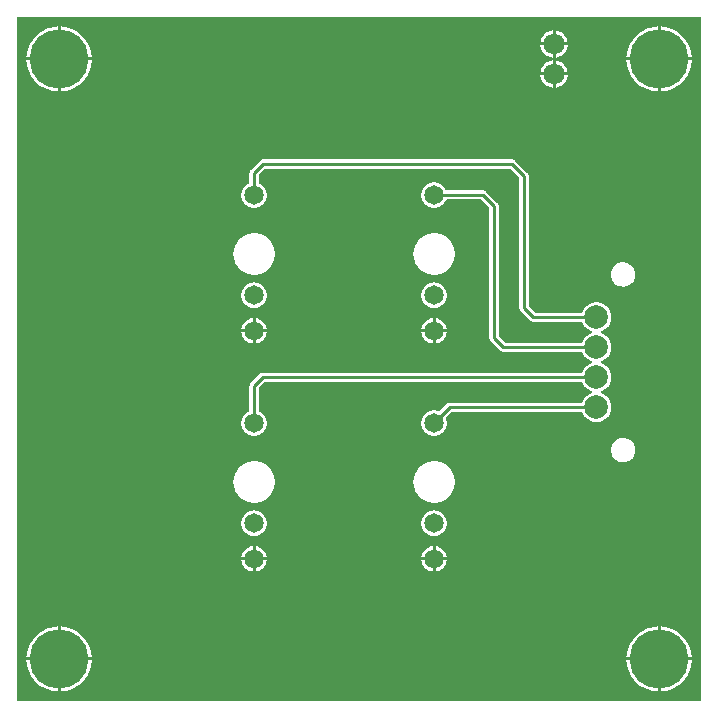
<source format=gtl>
G04 Layer: TopLayer*
G04 EasyEDA v6.5.22, 2022-12-26 15:03:30*
G04 6014dfcd9050419b8b112a504ac27813,5a6b42c53f6a479593ecc07194224c93,10*
G04 Gerber Generator version 0.2*
G04 Scale: 100 percent, Rotated: No, Reflected: No *
G04 Dimensions in millimeters *
G04 leading zeros omitted , absolute positions ,4 integer and 5 decimal *
%FSLAX45Y45*%
%MOMM*%

%ADD10C,0.2540*%
%ADD11C,1.6500*%
%ADD12C,5.0000*%
%ADD13C,1.8000*%
%ADD14C,2.0000*%
%ADD15C,0.0146*%

%LPD*%
G36*
X5805932Y25908D02*
G01*
X36068Y26416D01*
X32156Y27178D01*
X28905Y29362D01*
X26670Y32664D01*
X25908Y36576D01*
X25908Y5805932D01*
X26670Y5809843D01*
X28905Y5813094D01*
X32156Y5815330D01*
X36068Y5816092D01*
X5805932Y5816092D01*
X5809843Y5815330D01*
X5813094Y5813094D01*
X5815330Y5809843D01*
X5816092Y5805932D01*
X5816092Y36068D01*
X5815330Y32207D01*
X5813094Y28905D01*
X5809843Y26670D01*
G37*

%LPC*%
G36*
X4584700Y5600700D02*
G01*
X4687112Y5600700D01*
X4686960Y5602528D01*
X4684268Y5616803D01*
X4679746Y5630672D01*
X4673549Y5643829D01*
X4665776Y5656122D01*
X4656480Y5667349D01*
X4645863Y5677306D01*
X4634077Y5685840D01*
X4621326Y5692851D01*
X4607814Y5698236D01*
X4593691Y5701842D01*
X4584700Y5702960D01*
G37*
G36*
X393700Y105562D02*
G01*
X398322Y105664D01*
X421284Y108051D01*
X443992Y112369D01*
X466242Y118618D01*
X487934Y126644D01*
X508812Y136499D01*
X528828Y148031D01*
X547827Y161239D01*
X565607Y175971D01*
X582117Y192125D01*
X597204Y209600D01*
X610819Y228295D01*
X622757Y248107D01*
X633018Y268782D01*
X641553Y290271D01*
X648208Y312369D01*
X653034Y334975D01*
X655929Y357936D01*
X656336Y368300D01*
X393700Y368300D01*
G37*
G36*
X5448300Y105613D02*
G01*
X5448300Y368300D01*
X5185410Y368300D01*
X5187289Y346405D01*
X5191150Y323646D01*
X5196890Y301244D01*
X5204460Y279450D01*
X5213858Y258317D01*
X5224983Y238099D01*
X5237784Y218846D01*
X5252161Y200710D01*
X5267960Y183896D01*
X5285130Y168402D01*
X5303520Y154432D01*
X5323027Y142087D01*
X5343499Y131368D01*
X5364835Y122428D01*
X5386781Y115265D01*
X5409285Y109982D01*
X5432145Y106629D01*
G37*
G36*
X368300Y105613D02*
G01*
X368300Y368300D01*
X105410Y368300D01*
X107289Y346405D01*
X111150Y323646D01*
X116890Y301244D01*
X124460Y279450D01*
X133858Y258317D01*
X144983Y238099D01*
X157784Y218846D01*
X172161Y200710D01*
X187960Y183896D01*
X205130Y168402D01*
X223520Y154432D01*
X243027Y142087D01*
X263499Y131368D01*
X284835Y122428D01*
X306781Y115265D01*
X329285Y109982D01*
X352145Y106629D01*
G37*
G36*
X5473700Y393700D02*
G01*
X5736336Y393700D01*
X5735929Y404063D01*
X5733034Y427024D01*
X5728208Y449630D01*
X5721553Y471728D01*
X5713018Y493217D01*
X5702757Y513892D01*
X5690819Y533704D01*
X5677204Y552348D01*
X5662117Y569874D01*
X5645607Y586028D01*
X5627827Y600760D01*
X5608828Y613968D01*
X5588812Y625500D01*
X5567934Y635355D01*
X5546242Y643382D01*
X5523992Y649630D01*
X5501284Y653948D01*
X5478322Y656336D01*
X5473700Y656437D01*
G37*
G36*
X393700Y393700D02*
G01*
X656336Y393700D01*
X655929Y404063D01*
X653034Y427024D01*
X648208Y449630D01*
X641553Y471728D01*
X633018Y493217D01*
X622757Y513892D01*
X610819Y533704D01*
X597204Y552348D01*
X582117Y569874D01*
X565607Y586028D01*
X547827Y600760D01*
X528828Y613968D01*
X508812Y625500D01*
X487934Y635355D01*
X466242Y643382D01*
X443992Y649630D01*
X421284Y653948D01*
X398322Y656336D01*
X393700Y656437D01*
G37*
G36*
X5185410Y393700D02*
G01*
X5448300Y393700D01*
X5448300Y656386D01*
X5432145Y655370D01*
X5409285Y652018D01*
X5386781Y646734D01*
X5364835Y639572D01*
X5343499Y630631D01*
X5323027Y619912D01*
X5303520Y607568D01*
X5285130Y593598D01*
X5267960Y578104D01*
X5252161Y561289D01*
X5237784Y543153D01*
X5224983Y523900D01*
X5213858Y503682D01*
X5204460Y482549D01*
X5196890Y460756D01*
X5191150Y438353D01*
X5187289Y415594D01*
G37*
G36*
X105410Y393700D02*
G01*
X368300Y393700D01*
X368300Y656386D01*
X352145Y655370D01*
X329285Y652018D01*
X306781Y646734D01*
X284835Y639572D01*
X263499Y630631D01*
X243027Y619912D01*
X223520Y607568D01*
X205130Y593598D01*
X187960Y578104D01*
X172161Y561289D01*
X157784Y543153D01*
X144983Y523900D01*
X133858Y503682D01*
X124460Y482549D01*
X116890Y460756D01*
X111150Y438353D01*
X107289Y415594D01*
G37*
G36*
X2019300Y1122019D02*
G01*
X2019300Y1216863D01*
X1924456Y1216863D01*
X1924557Y1215440D01*
X1927301Y1201521D01*
X1931873Y1188110D01*
X1938121Y1175410D01*
X1945995Y1163624D01*
X1955342Y1152956D01*
X1966010Y1143609D01*
X1977796Y1135735D01*
X1990496Y1129436D01*
X2003958Y1124915D01*
X2017826Y1122121D01*
G37*
G36*
X3543300Y1122019D02*
G01*
X3543300Y1216863D01*
X3448456Y1216863D01*
X3448558Y1215440D01*
X3451301Y1201521D01*
X3455873Y1188110D01*
X3462121Y1175410D01*
X3469995Y1163624D01*
X3479342Y1152956D01*
X3490010Y1143609D01*
X3501796Y1135735D01*
X3514496Y1129436D01*
X3527958Y1124915D01*
X3541826Y1122121D01*
G37*
G36*
X2044700Y1122019D02*
G01*
X2046122Y1122121D01*
X2060041Y1124915D01*
X2073452Y1129436D01*
X2086203Y1135735D01*
X2097989Y1143609D01*
X2108657Y1152956D01*
X2118004Y1163624D01*
X2125878Y1175410D01*
X2132126Y1188110D01*
X2136698Y1201521D01*
X2139442Y1215440D01*
X2139543Y1216863D01*
X2044700Y1216863D01*
G37*
G36*
X3568700Y1122019D02*
G01*
X3570122Y1122121D01*
X3584041Y1124915D01*
X3597452Y1129436D01*
X3610203Y1135735D01*
X3621989Y1143609D01*
X3632657Y1152956D01*
X3642004Y1163624D01*
X3649878Y1175410D01*
X3656126Y1188110D01*
X3660698Y1201521D01*
X3663442Y1215440D01*
X3663543Y1216863D01*
X3568700Y1216863D01*
G37*
G36*
X2044700Y1242263D02*
G01*
X2139543Y1242263D01*
X2139442Y1243736D01*
X2136698Y1257655D01*
X2132126Y1271066D01*
X2125878Y1283766D01*
X2118004Y1295552D01*
X2108657Y1306220D01*
X2097989Y1315567D01*
X2086203Y1323441D01*
X2073452Y1329740D01*
X2060041Y1334262D01*
X2046122Y1337056D01*
X2044700Y1337157D01*
G37*
G36*
X1924456Y1242263D02*
G01*
X2019300Y1242263D01*
X2019300Y1337157D01*
X2017826Y1337056D01*
X2003958Y1334262D01*
X1990496Y1329740D01*
X1977796Y1323441D01*
X1966010Y1315567D01*
X1955342Y1306220D01*
X1945995Y1295552D01*
X1938121Y1283766D01*
X1931873Y1271066D01*
X1927301Y1257655D01*
X1924557Y1243736D01*
G37*
G36*
X3448456Y1242263D02*
G01*
X3543300Y1242263D01*
X3543300Y1337157D01*
X3541826Y1337056D01*
X3527958Y1334262D01*
X3514496Y1329740D01*
X3501796Y1323441D01*
X3490010Y1315567D01*
X3479342Y1306220D01*
X3469995Y1295552D01*
X3462121Y1283766D01*
X3455873Y1271066D01*
X3451301Y1257655D01*
X3448558Y1243736D01*
G37*
G36*
X3568700Y1242263D02*
G01*
X3663543Y1242263D01*
X3663442Y1243736D01*
X3660698Y1257655D01*
X3656126Y1271066D01*
X3649878Y1283766D01*
X3642004Y1295552D01*
X3632657Y1306220D01*
X3621989Y1315567D01*
X3610203Y1323441D01*
X3597452Y1329740D01*
X3584041Y1334262D01*
X3570122Y1337056D01*
X3568700Y1337157D01*
G37*
G36*
X3556000Y1421231D02*
G01*
X3570122Y1422146D01*
X3584041Y1424940D01*
X3597452Y1429461D01*
X3610203Y1435760D01*
X3621989Y1443634D01*
X3632657Y1452981D01*
X3642004Y1463649D01*
X3649878Y1475435D01*
X3656126Y1488135D01*
X3660698Y1501546D01*
X3663442Y1515465D01*
X3664356Y1529588D01*
X3663442Y1543761D01*
X3660698Y1557680D01*
X3656126Y1571091D01*
X3649878Y1583791D01*
X3642004Y1595577D01*
X3632657Y1606245D01*
X3621989Y1615592D01*
X3610203Y1623466D01*
X3597452Y1629765D01*
X3584041Y1634286D01*
X3570122Y1637080D01*
X3556000Y1637995D01*
X3541826Y1637080D01*
X3527958Y1634286D01*
X3514496Y1629765D01*
X3501796Y1623466D01*
X3490010Y1615592D01*
X3479342Y1606245D01*
X3469995Y1595577D01*
X3462121Y1583791D01*
X3455873Y1571091D01*
X3451301Y1557680D01*
X3448558Y1543761D01*
X3447592Y1529588D01*
X3448558Y1515465D01*
X3451301Y1501546D01*
X3455873Y1488135D01*
X3462121Y1475435D01*
X3469995Y1463649D01*
X3479342Y1452981D01*
X3490010Y1443634D01*
X3501796Y1435760D01*
X3514496Y1429461D01*
X3527958Y1424940D01*
X3541826Y1422146D01*
G37*
G36*
X2032000Y1421231D02*
G01*
X2046122Y1422146D01*
X2060041Y1424940D01*
X2073452Y1429461D01*
X2086203Y1435760D01*
X2097989Y1443634D01*
X2108657Y1452981D01*
X2118004Y1463649D01*
X2125878Y1475435D01*
X2132126Y1488135D01*
X2136698Y1501546D01*
X2139442Y1515465D01*
X2140356Y1529588D01*
X2139442Y1543761D01*
X2136698Y1557680D01*
X2132126Y1571091D01*
X2125878Y1583791D01*
X2118004Y1595577D01*
X2108657Y1606245D01*
X2097989Y1615592D01*
X2086203Y1623466D01*
X2073452Y1629765D01*
X2060041Y1634286D01*
X2046122Y1637080D01*
X2032000Y1637995D01*
X2017826Y1637080D01*
X2003958Y1634286D01*
X1990496Y1629765D01*
X1977796Y1623466D01*
X1966010Y1615592D01*
X1955342Y1606245D01*
X1945995Y1595577D01*
X1938121Y1583791D01*
X1931873Y1571091D01*
X1927301Y1557680D01*
X1924557Y1543761D01*
X1923592Y1529588D01*
X1924557Y1515465D01*
X1927301Y1501546D01*
X1931873Y1488135D01*
X1938121Y1475435D01*
X1945995Y1463649D01*
X1955342Y1452981D01*
X1966010Y1443634D01*
X1977796Y1435760D01*
X1990496Y1429461D01*
X2003958Y1424940D01*
X2017826Y1422146D01*
G37*
G36*
X2036521Y1703781D02*
G01*
X2054606Y1705152D01*
X2072386Y1708404D01*
X2089810Y1713484D01*
X2106574Y1720291D01*
X2122525Y1728825D01*
X2137562Y1738934D01*
X2151481Y1750517D01*
X2164130Y1763471D01*
X2175357Y1777695D01*
X2185060Y1792986D01*
X2193188Y1809140D01*
X2199538Y1826107D01*
X2204161Y1843633D01*
X2206955Y1861515D01*
X2207869Y1879600D01*
X2206955Y1897684D01*
X2204161Y1915566D01*
X2199538Y1933092D01*
X2193188Y1950059D01*
X2185060Y1966214D01*
X2175357Y1981504D01*
X2164130Y1995728D01*
X2151481Y2008682D01*
X2137562Y2020265D01*
X2122525Y2030374D01*
X2106574Y2038908D01*
X2089810Y2045716D01*
X2072386Y2050796D01*
X2054606Y2054047D01*
X2036521Y2055418D01*
X2018436Y2054961D01*
X2000453Y2052624D01*
X1982825Y2048510D01*
X1965756Y2042515D01*
X1949348Y2034844D01*
X1933803Y2025548D01*
X1919325Y2014677D01*
X1906016Y2002383D01*
X1894078Y1988769D01*
X1883562Y1973986D01*
X1874672Y1958238D01*
X1867407Y1941626D01*
X1861921Y1924405D01*
X1858213Y1906676D01*
X1856333Y1888642D01*
X1856333Y1870557D01*
X1858213Y1852523D01*
X1861921Y1834794D01*
X1867407Y1817573D01*
X1874672Y1800961D01*
X1883562Y1785213D01*
X1894078Y1770430D01*
X1906016Y1756816D01*
X1919325Y1744522D01*
X1933803Y1733651D01*
X1949348Y1724355D01*
X1965756Y1716684D01*
X1982825Y1710689D01*
X2000453Y1706575D01*
X2018436Y1704238D01*
G37*
G36*
X3560521Y1703781D02*
G01*
X3578606Y1705152D01*
X3596386Y1708404D01*
X3613810Y1713484D01*
X3630574Y1720291D01*
X3646525Y1728825D01*
X3661562Y1738934D01*
X3675481Y1750517D01*
X3688130Y1763471D01*
X3699357Y1777695D01*
X3709060Y1792986D01*
X3717188Y1809140D01*
X3723538Y1826107D01*
X3728161Y1843633D01*
X3730955Y1861515D01*
X3731869Y1879600D01*
X3730955Y1897684D01*
X3728161Y1915566D01*
X3723538Y1933092D01*
X3717188Y1950059D01*
X3709060Y1966214D01*
X3699357Y1981504D01*
X3688130Y1995728D01*
X3675481Y2008682D01*
X3661562Y2020265D01*
X3646525Y2030374D01*
X3630574Y2038908D01*
X3613810Y2045716D01*
X3596386Y2050796D01*
X3578606Y2054047D01*
X3560521Y2055418D01*
X3542436Y2054961D01*
X3524453Y2052624D01*
X3506825Y2048510D01*
X3489756Y2042515D01*
X3473348Y2034844D01*
X3457803Y2025548D01*
X3443325Y2014677D01*
X3430015Y2002383D01*
X3418078Y1988769D01*
X3407562Y1973986D01*
X3398672Y1958238D01*
X3391408Y1941626D01*
X3385921Y1924405D01*
X3382213Y1906676D01*
X3380333Y1888642D01*
X3380333Y1870557D01*
X3382213Y1852523D01*
X3385921Y1834794D01*
X3391408Y1817573D01*
X3398672Y1800961D01*
X3407562Y1785213D01*
X3418078Y1770430D01*
X3430015Y1756816D01*
X3443325Y1744522D01*
X3457803Y1733651D01*
X3473348Y1724355D01*
X3489756Y1716684D01*
X3506825Y1710689D01*
X3524453Y1706575D01*
X3542436Y1704238D01*
G37*
G36*
X5152745Y2046274D02*
G01*
X5166563Y2046732D01*
X5180177Y2049018D01*
X5193385Y2053132D01*
X5205933Y2058924D01*
X5217566Y2066391D01*
X5228082Y2075281D01*
X5237378Y2085543D01*
X5245201Y2096922D01*
X5251399Y2109216D01*
X5255920Y2122271D01*
X5258663Y2135835D01*
X5259628Y2149602D01*
X5258663Y2163368D01*
X5255920Y2176932D01*
X5251399Y2189937D01*
X5245201Y2202281D01*
X5237378Y2213660D01*
X5228082Y2223922D01*
X5217566Y2232812D01*
X5205933Y2240280D01*
X5193385Y2246071D01*
X5180177Y2250186D01*
X5166563Y2252472D01*
X5152745Y2252929D01*
X5139029Y2251557D01*
X5125618Y2248357D01*
X5112715Y2243378D01*
X5100574Y2236724D01*
X5089499Y2228545D01*
X5079542Y2218944D01*
X5071008Y2208123D01*
X5063947Y2196236D01*
X5058562Y2183536D01*
X5054904Y2170176D01*
X5053076Y2156510D01*
X5053076Y2142693D01*
X5054904Y2129028D01*
X5058562Y2115667D01*
X5063947Y2102967D01*
X5071008Y2091080D01*
X5079542Y2080260D01*
X5089499Y2070658D01*
X5100574Y2062480D01*
X5112715Y2055825D01*
X5125618Y2050846D01*
X5139029Y2047646D01*
G37*
G36*
X2032000Y2271217D02*
G01*
X2046122Y2272131D01*
X2060041Y2274925D01*
X2073452Y2279446D01*
X2086203Y2285746D01*
X2097989Y2293620D01*
X2108657Y2302967D01*
X2118004Y2313635D01*
X2125878Y2325420D01*
X2132126Y2338120D01*
X2136698Y2351532D01*
X2139442Y2365451D01*
X2140356Y2379573D01*
X2139442Y2393746D01*
X2136698Y2407666D01*
X2132126Y2421077D01*
X2125878Y2433777D01*
X2118004Y2445562D01*
X2108657Y2456230D01*
X2097989Y2465578D01*
X2086203Y2473452D01*
X2076297Y2478328D01*
X2073300Y2480614D01*
X2071319Y2483764D01*
X2070607Y2487472D01*
X2070607Y2672181D01*
X2071370Y2676093D01*
X2073605Y2679395D01*
X2118664Y2724454D01*
X2121966Y2726690D01*
X2125878Y2727452D01*
X4804257Y2727452D01*
X4808067Y2726740D01*
X4811318Y2724607D01*
X4813554Y2721457D01*
X4819751Y2707690D01*
X4827625Y2694635D01*
X4836972Y2682697D01*
X4847742Y2671927D01*
X4859680Y2662580D01*
X4872736Y2654706D01*
X4886655Y2648458D01*
X4889804Y2646222D01*
X4891887Y2642971D01*
X4892649Y2639161D01*
X4891887Y2635351D01*
X4889804Y2632151D01*
X4886655Y2629916D01*
X4872736Y2623616D01*
X4859680Y2615793D01*
X4847742Y2606395D01*
X4836972Y2595626D01*
X4827625Y2583688D01*
X4819751Y2570683D01*
X4813503Y2556764D01*
X4811268Y2553614D01*
X4808016Y2551480D01*
X4804206Y2550769D01*
X3689045Y2550769D01*
X3681018Y2549956D01*
X3673805Y2547772D01*
X3667150Y2544216D01*
X3660901Y2539085D01*
X3604971Y2483154D01*
X3601872Y2481072D01*
X3598214Y2480208D01*
X3594506Y2480716D01*
X3584041Y2484272D01*
X3570122Y2487066D01*
X3556000Y2487980D01*
X3541826Y2487066D01*
X3527958Y2484272D01*
X3514496Y2479751D01*
X3501796Y2473452D01*
X3490010Y2465578D01*
X3479342Y2456230D01*
X3469995Y2445562D01*
X3462121Y2433777D01*
X3455873Y2421077D01*
X3451301Y2407666D01*
X3448558Y2393746D01*
X3447592Y2379573D01*
X3448558Y2365451D01*
X3451301Y2351532D01*
X3455873Y2338120D01*
X3462121Y2325420D01*
X3469995Y2313635D01*
X3479342Y2302967D01*
X3490010Y2293620D01*
X3501796Y2285746D01*
X3514496Y2279446D01*
X3527958Y2274925D01*
X3541826Y2272131D01*
X3556000Y2271217D01*
X3570122Y2272131D01*
X3584041Y2274925D01*
X3597452Y2279446D01*
X3610203Y2285746D01*
X3621989Y2293620D01*
X3632657Y2302967D01*
X3642004Y2313635D01*
X3649878Y2325420D01*
X3656126Y2338120D01*
X3660698Y2351532D01*
X3663442Y2365451D01*
X3664356Y2379573D01*
X3663442Y2393746D01*
X3660698Y2407666D01*
X3657142Y2418130D01*
X3656584Y2421839D01*
X3657447Y2425496D01*
X3659581Y2428544D01*
X3701592Y2470556D01*
X3704894Y2472791D01*
X3708755Y2473553D01*
X4804206Y2473553D01*
X4808016Y2472791D01*
X4811268Y2470708D01*
X4813503Y2467559D01*
X4819751Y2453690D01*
X4827625Y2440635D01*
X4836972Y2428697D01*
X4847742Y2417927D01*
X4859680Y2408580D01*
X4872736Y2400706D01*
X4886553Y2394458D01*
X4901082Y2389936D01*
X4916017Y2387193D01*
X4931206Y2386279D01*
X4946396Y2387193D01*
X4961331Y2389936D01*
X4975860Y2394458D01*
X4989728Y2400706D01*
X5002733Y2408580D01*
X5014722Y2417927D01*
X5025440Y2428697D01*
X5034838Y2440635D01*
X5042662Y2453690D01*
X5048910Y2467508D01*
X5053431Y2482037D01*
X5056174Y2496972D01*
X5057089Y2512161D01*
X5056174Y2527350D01*
X5053431Y2542286D01*
X5048910Y2556814D01*
X5042662Y2570683D01*
X5034838Y2583688D01*
X5025440Y2595626D01*
X5014722Y2606395D01*
X5002733Y2615793D01*
X4989728Y2623616D01*
X4975809Y2629916D01*
X4972659Y2632151D01*
X4970526Y2635351D01*
X4969814Y2639161D01*
X4970526Y2642971D01*
X4972659Y2646222D01*
X4975809Y2648458D01*
X4989728Y2654706D01*
X5002733Y2662580D01*
X5014722Y2671927D01*
X5025440Y2682697D01*
X5034838Y2694635D01*
X5042662Y2707690D01*
X5048910Y2721508D01*
X5053431Y2736037D01*
X5056174Y2750972D01*
X5057089Y2766161D01*
X5056174Y2781350D01*
X5053431Y2796286D01*
X5048910Y2810814D01*
X5042662Y2824683D01*
X5034838Y2837688D01*
X5025440Y2849626D01*
X5014722Y2860395D01*
X5002733Y2869793D01*
X4989728Y2877616D01*
X4975809Y2883916D01*
X4972659Y2886151D01*
X4970526Y2889351D01*
X4969814Y2893161D01*
X4970526Y2896971D01*
X4972659Y2900222D01*
X4975809Y2902458D01*
X4989728Y2908706D01*
X5002733Y2916580D01*
X5014722Y2925927D01*
X5025440Y2936697D01*
X5034838Y2948635D01*
X5042662Y2961690D01*
X5048910Y2975508D01*
X5053431Y2990037D01*
X5056174Y3004972D01*
X5057089Y3020161D01*
X5056174Y3035350D01*
X5053431Y3050286D01*
X5048910Y3064814D01*
X5042662Y3078683D01*
X5034838Y3091688D01*
X5025440Y3103626D01*
X5014722Y3114395D01*
X5002733Y3123793D01*
X4989728Y3131616D01*
X4975809Y3137916D01*
X4972659Y3140151D01*
X4970526Y3143351D01*
X4969814Y3147161D01*
X4970526Y3150971D01*
X4972659Y3154222D01*
X4975809Y3156458D01*
X4989728Y3162706D01*
X5002733Y3170580D01*
X5014722Y3179927D01*
X5025440Y3190697D01*
X5034838Y3202635D01*
X5042662Y3215690D01*
X5048910Y3229508D01*
X5053431Y3244037D01*
X5056174Y3258972D01*
X5057089Y3274161D01*
X5056174Y3289350D01*
X5053431Y3304286D01*
X5048910Y3318814D01*
X5042662Y3332683D01*
X5034838Y3345687D01*
X5025440Y3357626D01*
X5014722Y3368395D01*
X5002733Y3377793D01*
X4989728Y3385616D01*
X4975860Y3391865D01*
X4961331Y3396386D01*
X4946396Y3399129D01*
X4931206Y3400044D01*
X4916017Y3399129D01*
X4901082Y3396386D01*
X4886553Y3391865D01*
X4872736Y3385616D01*
X4859680Y3377793D01*
X4847742Y3368395D01*
X4836972Y3357626D01*
X4827625Y3345687D01*
X4819751Y3332683D01*
X4813452Y3318662D01*
X4811217Y3315512D01*
X4807966Y3313379D01*
X4804156Y3312668D01*
X4416958Y3312668D01*
X4413046Y3313429D01*
X4409744Y3315665D01*
X4359605Y3365804D01*
X4357370Y3369106D01*
X4356608Y3373018D01*
X4356608Y4469892D01*
X4355795Y4477918D01*
X4353610Y4485132D01*
X4350054Y4491837D01*
X4344924Y4498035D01*
X4244035Y4598924D01*
X4237837Y4604054D01*
X4231132Y4607610D01*
X4223918Y4609795D01*
X4215892Y4610608D01*
X2108708Y4610608D01*
X2100681Y4609795D01*
X2093468Y4607610D01*
X2086762Y4604054D01*
X2080564Y4598924D01*
X2005075Y4523435D01*
X1999945Y4517237D01*
X1996389Y4510532D01*
X1994204Y4503318D01*
X1993392Y4495292D01*
X1993392Y4417872D01*
X1992680Y4414164D01*
X1990699Y4411014D01*
X1987702Y4408728D01*
X1977796Y4403852D01*
X1966010Y4395978D01*
X1955342Y4386630D01*
X1945995Y4375962D01*
X1938121Y4364177D01*
X1931873Y4351477D01*
X1927301Y4338066D01*
X1924557Y4324146D01*
X1923592Y4309973D01*
X1924557Y4295851D01*
X1927301Y4281932D01*
X1931873Y4268520D01*
X1938121Y4255820D01*
X1945995Y4243984D01*
X1955342Y4233367D01*
X1966010Y4224020D01*
X1977796Y4216146D01*
X1990496Y4209846D01*
X2003958Y4205274D01*
X2017826Y4202531D01*
X2032000Y4201617D01*
X2046122Y4202531D01*
X2060041Y4205274D01*
X2073452Y4209846D01*
X2086203Y4216146D01*
X2097989Y4224020D01*
X2108657Y4233367D01*
X2118004Y4243984D01*
X2125878Y4255820D01*
X2132126Y4268520D01*
X2136698Y4281932D01*
X2139442Y4295851D01*
X2140356Y4309973D01*
X2139442Y4324146D01*
X2136698Y4338066D01*
X2132126Y4351477D01*
X2125878Y4364177D01*
X2118004Y4375962D01*
X2108657Y4386630D01*
X2097989Y4395978D01*
X2086203Y4403852D01*
X2076297Y4408728D01*
X2073300Y4411014D01*
X2071319Y4414164D01*
X2070607Y4417872D01*
X2070607Y4475581D01*
X2071370Y4479493D01*
X2073605Y4482795D01*
X2121204Y4530394D01*
X2124506Y4532630D01*
X2128418Y4533392D01*
X4196181Y4533392D01*
X4200093Y4532630D01*
X4203395Y4530394D01*
X4276394Y4457395D01*
X4278630Y4454093D01*
X4279392Y4450181D01*
X4279392Y3353308D01*
X4280204Y3345281D01*
X4282389Y3338068D01*
X4285945Y3331362D01*
X4291076Y3325164D01*
X4369104Y3247136D01*
X4375302Y3242005D01*
X4382008Y3238449D01*
X4389221Y3236264D01*
X4397248Y3235452D01*
X4804257Y3235452D01*
X4808067Y3234740D01*
X4811318Y3232607D01*
X4813554Y3229457D01*
X4819751Y3215690D01*
X4827625Y3202635D01*
X4836972Y3190697D01*
X4847742Y3179927D01*
X4859680Y3170580D01*
X4872736Y3162706D01*
X4886655Y3156458D01*
X4889804Y3154222D01*
X4891887Y3150971D01*
X4892649Y3147161D01*
X4891887Y3143351D01*
X4889804Y3140151D01*
X4886655Y3137916D01*
X4872736Y3131616D01*
X4859680Y3123793D01*
X4847742Y3114395D01*
X4836972Y3103626D01*
X4827625Y3091688D01*
X4819751Y3078683D01*
X4813452Y3064662D01*
X4811217Y3061512D01*
X4807966Y3059379D01*
X4804156Y3058668D01*
X4162958Y3058668D01*
X4159046Y3059430D01*
X4155744Y3061665D01*
X4105605Y3111804D01*
X4103370Y3115106D01*
X4102608Y3119018D01*
X4102608Y4215892D01*
X4101795Y4223918D01*
X4099610Y4231132D01*
X4096054Y4237837D01*
X4090974Y4244035D01*
X3997909Y4336846D01*
X3991711Y4341926D01*
X3985006Y4345482D01*
X3977792Y4347667D01*
X3969765Y4348480D01*
X3663899Y4348480D01*
X3660241Y4349191D01*
X3657041Y4351172D01*
X3654806Y4354169D01*
X3649878Y4364177D01*
X3642004Y4375962D01*
X3632657Y4386630D01*
X3621989Y4395978D01*
X3610203Y4403852D01*
X3597452Y4410151D01*
X3584041Y4414672D01*
X3570122Y4417466D01*
X3556000Y4418380D01*
X3541826Y4417466D01*
X3527958Y4414672D01*
X3514496Y4410151D01*
X3501796Y4403852D01*
X3490010Y4395978D01*
X3479342Y4386630D01*
X3469995Y4375962D01*
X3462121Y4364177D01*
X3455873Y4351477D01*
X3451301Y4338066D01*
X3448558Y4324146D01*
X3447592Y4309973D01*
X3448558Y4295851D01*
X3451301Y4281932D01*
X3455873Y4268520D01*
X3462121Y4255820D01*
X3469995Y4244035D01*
X3479342Y4233367D01*
X3490010Y4224020D01*
X3501796Y4216146D01*
X3514496Y4209846D01*
X3527958Y4205274D01*
X3541826Y4202531D01*
X3556000Y4201617D01*
X3570122Y4202531D01*
X3584041Y4205274D01*
X3597452Y4209846D01*
X3610203Y4216146D01*
X3621989Y4224020D01*
X3632657Y4233367D01*
X3642004Y4244035D01*
X3649878Y4255820D01*
X3654704Y4265574D01*
X3656939Y4268571D01*
X3660140Y4270552D01*
X3663797Y4271264D01*
X3950106Y4271264D01*
X3954018Y4270502D01*
X3957269Y4268317D01*
X4022394Y4203344D01*
X4024629Y4200042D01*
X4025392Y4196181D01*
X4025392Y3099308D01*
X4026204Y3091281D01*
X4028389Y3084068D01*
X4031945Y3077362D01*
X4037076Y3071164D01*
X4115104Y2993136D01*
X4121302Y2988005D01*
X4128008Y2984449D01*
X4135221Y2982264D01*
X4143248Y2981452D01*
X4804257Y2981452D01*
X4808067Y2980740D01*
X4811318Y2978607D01*
X4813554Y2975457D01*
X4819751Y2961690D01*
X4827625Y2948635D01*
X4836972Y2936697D01*
X4847742Y2925927D01*
X4859680Y2916580D01*
X4872736Y2908706D01*
X4886655Y2902458D01*
X4889804Y2900222D01*
X4891887Y2896971D01*
X4892649Y2893161D01*
X4891887Y2889351D01*
X4889804Y2886151D01*
X4886655Y2883916D01*
X4872736Y2877616D01*
X4859680Y2869793D01*
X4847742Y2860395D01*
X4836972Y2849626D01*
X4827625Y2837688D01*
X4819751Y2824683D01*
X4813452Y2810662D01*
X4811217Y2807512D01*
X4807966Y2805379D01*
X4804156Y2804668D01*
X2106168Y2804668D01*
X2098141Y2803855D01*
X2090928Y2801670D01*
X2084222Y2798114D01*
X2078024Y2792984D01*
X2005075Y2720035D01*
X1999945Y2713837D01*
X1996389Y2707132D01*
X1994204Y2699918D01*
X1993392Y2691892D01*
X1993392Y2487472D01*
X1992680Y2483764D01*
X1990699Y2480614D01*
X1987702Y2478379D01*
X1977796Y2473452D01*
X1966010Y2465578D01*
X1955342Y2456230D01*
X1945995Y2445562D01*
X1938121Y2433777D01*
X1931873Y2421077D01*
X1927301Y2407666D01*
X1924557Y2393746D01*
X1923592Y2379573D01*
X1924557Y2365451D01*
X1927301Y2351532D01*
X1931873Y2338120D01*
X1938121Y2325420D01*
X1945995Y2313635D01*
X1955342Y2302967D01*
X1966010Y2293620D01*
X1977796Y2285746D01*
X1990496Y2279446D01*
X2003958Y2274925D01*
X2017826Y2272131D01*
G37*
G36*
X4456887Y5600700D02*
G01*
X4559300Y5600700D01*
X4559300Y5702960D01*
X4550308Y5701842D01*
X4536186Y5698236D01*
X4522673Y5692851D01*
X4509922Y5685840D01*
X4498136Y5677306D01*
X4487519Y5667349D01*
X4478223Y5656122D01*
X4470450Y5643829D01*
X4464253Y5630672D01*
X4459732Y5616803D01*
X4457039Y5602528D01*
G37*
G36*
X105410Y5473700D02*
G01*
X368300Y5473700D01*
X368300Y5736386D01*
X352145Y5735370D01*
X329285Y5732018D01*
X306781Y5726734D01*
X284835Y5719572D01*
X263499Y5710631D01*
X243027Y5699912D01*
X223520Y5687568D01*
X205130Y5673598D01*
X187960Y5658104D01*
X172161Y5641289D01*
X157784Y5623153D01*
X144983Y5603900D01*
X133858Y5583682D01*
X124460Y5562549D01*
X116890Y5540756D01*
X111150Y5518353D01*
X107289Y5495594D01*
G37*
G36*
X5185410Y5473700D02*
G01*
X5448300Y5473700D01*
X5448300Y5736386D01*
X5432145Y5735370D01*
X5409285Y5732018D01*
X5386781Y5726734D01*
X5364835Y5719572D01*
X5343499Y5710631D01*
X5323027Y5699912D01*
X5303520Y5687568D01*
X5285130Y5673598D01*
X5267960Y5658104D01*
X5252161Y5641289D01*
X5237784Y5623153D01*
X5224983Y5603900D01*
X5213858Y5583682D01*
X5204460Y5562549D01*
X5196890Y5540756D01*
X5191150Y5518353D01*
X5187289Y5495594D01*
G37*
G36*
X3568700Y3052419D02*
G01*
X3570122Y3052521D01*
X3584041Y3055264D01*
X3597452Y3059836D01*
X3610203Y3066135D01*
X3621989Y3074009D01*
X3632657Y3083356D01*
X3642004Y3094024D01*
X3649878Y3105810D01*
X3656126Y3118510D01*
X3660698Y3131921D01*
X3663442Y3145840D01*
X3663543Y3147263D01*
X3568700Y3147263D01*
G37*
G36*
X3543300Y3052419D02*
G01*
X3543300Y3147263D01*
X3448456Y3147263D01*
X3448558Y3145840D01*
X3451301Y3131921D01*
X3455873Y3118510D01*
X3462121Y3105810D01*
X3469995Y3094024D01*
X3479342Y3083356D01*
X3490010Y3074009D01*
X3501796Y3066135D01*
X3514496Y3059836D01*
X3527958Y3055264D01*
X3541826Y3052521D01*
G37*
G36*
X2019300Y3052419D02*
G01*
X2019300Y3147263D01*
X1924456Y3147263D01*
X1924557Y3145840D01*
X1927301Y3131921D01*
X1931873Y3118510D01*
X1938121Y3105810D01*
X1945995Y3093974D01*
X1955342Y3083356D01*
X1966010Y3074009D01*
X1977796Y3066135D01*
X1990496Y3059836D01*
X2003958Y3055264D01*
X2017826Y3052521D01*
G37*
G36*
X5473700Y105562D02*
G01*
X5478322Y105664D01*
X5501284Y108051D01*
X5523992Y112369D01*
X5546242Y118618D01*
X5567934Y126644D01*
X5588812Y136499D01*
X5608828Y148031D01*
X5627827Y161239D01*
X5645607Y175971D01*
X5662117Y192125D01*
X5677204Y209600D01*
X5690819Y228295D01*
X5702757Y248107D01*
X5713018Y268782D01*
X5721553Y290271D01*
X5728208Y312369D01*
X5733034Y334975D01*
X5735929Y357936D01*
X5736336Y368300D01*
X5473700Y368300D01*
G37*
G36*
X5473700Y5473700D02*
G01*
X5736336Y5473700D01*
X5735929Y5484063D01*
X5733034Y5507024D01*
X5728208Y5529630D01*
X5721553Y5551728D01*
X5713018Y5573217D01*
X5702757Y5593892D01*
X5690819Y5613704D01*
X5677204Y5632348D01*
X5662117Y5649874D01*
X5645607Y5666028D01*
X5627827Y5680760D01*
X5608828Y5693968D01*
X5588812Y5705500D01*
X5567934Y5715355D01*
X5546242Y5723382D01*
X5523992Y5729630D01*
X5501284Y5733948D01*
X5478322Y5736336D01*
X5473700Y5736437D01*
G37*
G36*
X3568700Y3172663D02*
G01*
X3663543Y3172663D01*
X3663442Y3174136D01*
X3660698Y3188055D01*
X3656126Y3201466D01*
X3649878Y3214166D01*
X3642004Y3225952D01*
X3632657Y3236620D01*
X3621989Y3245967D01*
X3610203Y3253841D01*
X3597452Y3260140D01*
X3584041Y3264662D01*
X3570122Y3267456D01*
X3568700Y3267557D01*
G37*
G36*
X3448456Y3172663D02*
G01*
X3543300Y3172663D01*
X3543300Y3267557D01*
X3541826Y3267456D01*
X3527958Y3264662D01*
X3514496Y3260140D01*
X3501796Y3253841D01*
X3490010Y3245967D01*
X3479342Y3236620D01*
X3469995Y3225952D01*
X3462121Y3214166D01*
X3455873Y3201466D01*
X3451301Y3188055D01*
X3448558Y3174136D01*
G37*
G36*
X2044700Y3172663D02*
G01*
X2139543Y3172663D01*
X2139442Y3174136D01*
X2136698Y3188055D01*
X2132126Y3201466D01*
X2125878Y3214166D01*
X2118004Y3225952D01*
X2108657Y3236620D01*
X2097989Y3245967D01*
X2086203Y3253841D01*
X2073452Y3260090D01*
X2060041Y3264662D01*
X2046122Y3267456D01*
X2044700Y3267506D01*
G37*
G36*
X1924456Y3172663D02*
G01*
X2019300Y3172663D01*
X2019300Y3267506D01*
X2017826Y3267456D01*
X2003958Y3264662D01*
X1990496Y3260090D01*
X1977796Y3253841D01*
X1966010Y3245967D01*
X1955342Y3236620D01*
X1945995Y3225952D01*
X1938121Y3214166D01*
X1931873Y3201466D01*
X1927301Y3188055D01*
X1924557Y3174136D01*
G37*
G36*
X393700Y5473700D02*
G01*
X656336Y5473700D01*
X655929Y5484063D01*
X653034Y5507024D01*
X648208Y5529630D01*
X641553Y5551728D01*
X633018Y5573217D01*
X622757Y5593892D01*
X610819Y5613704D01*
X597204Y5632348D01*
X582117Y5649874D01*
X565607Y5666028D01*
X547827Y5680760D01*
X528828Y5693968D01*
X508812Y5705500D01*
X487934Y5715355D01*
X466242Y5723382D01*
X443992Y5729630D01*
X421284Y5733948D01*
X398322Y5736336D01*
X393700Y5736437D01*
G37*
G36*
X2032000Y3351631D02*
G01*
X2046122Y3352546D01*
X2060041Y3355289D01*
X2073452Y3359861D01*
X2086203Y3366160D01*
X2097989Y3374034D01*
X2108657Y3383381D01*
X2118004Y3393998D01*
X2125878Y3405835D01*
X2132126Y3418535D01*
X2136698Y3431946D01*
X2139442Y3445865D01*
X2140356Y3459987D01*
X2139442Y3474161D01*
X2136698Y3488080D01*
X2132126Y3501491D01*
X2125878Y3514191D01*
X2118004Y3525977D01*
X2108657Y3536645D01*
X2097989Y3545992D01*
X2086203Y3553866D01*
X2073452Y3560114D01*
X2060041Y3564686D01*
X2046122Y3567480D01*
X2032000Y3568395D01*
X2017826Y3567480D01*
X2003958Y3564686D01*
X1990496Y3560114D01*
X1977796Y3553866D01*
X1966010Y3545992D01*
X1955342Y3536645D01*
X1945995Y3525977D01*
X1938121Y3514191D01*
X1931873Y3501491D01*
X1927301Y3488080D01*
X1924557Y3474161D01*
X1923592Y3459987D01*
X1924557Y3445865D01*
X1927301Y3431946D01*
X1931873Y3418535D01*
X1938121Y3405835D01*
X1945995Y3393998D01*
X1955342Y3383381D01*
X1966010Y3374034D01*
X1977796Y3366160D01*
X1990496Y3359861D01*
X2003958Y3355289D01*
X2017826Y3352546D01*
G37*
G36*
X3556000Y3351631D02*
G01*
X3570122Y3352546D01*
X3584041Y3355289D01*
X3597452Y3359861D01*
X3610203Y3366160D01*
X3621989Y3374034D01*
X3632657Y3383381D01*
X3642004Y3394049D01*
X3649878Y3405835D01*
X3656126Y3418535D01*
X3660698Y3431946D01*
X3663442Y3445865D01*
X3664356Y3459987D01*
X3663442Y3474161D01*
X3660698Y3488080D01*
X3656126Y3501491D01*
X3649878Y3514191D01*
X3642004Y3525977D01*
X3632657Y3536645D01*
X3621989Y3545992D01*
X3610203Y3553866D01*
X3597452Y3560165D01*
X3584041Y3564686D01*
X3570122Y3567480D01*
X3556000Y3568395D01*
X3541826Y3567480D01*
X3527958Y3564686D01*
X3514496Y3560165D01*
X3501796Y3553866D01*
X3490010Y3545992D01*
X3479342Y3536645D01*
X3469995Y3525977D01*
X3462121Y3514191D01*
X3455873Y3501491D01*
X3451301Y3488080D01*
X3448558Y3474161D01*
X3447592Y3459987D01*
X3448558Y3445865D01*
X3451301Y3431946D01*
X3455873Y3418535D01*
X3462121Y3405835D01*
X3469995Y3394049D01*
X3479342Y3383381D01*
X3490010Y3374034D01*
X3501796Y3366160D01*
X3514496Y3359861D01*
X3527958Y3355289D01*
X3541826Y3352546D01*
G37*
G36*
X5152745Y3533343D02*
G01*
X5166563Y3533851D01*
X5180177Y3536137D01*
X5193385Y3540201D01*
X5205933Y3546043D01*
X5217566Y3553460D01*
X5228082Y3562400D01*
X5237378Y3572611D01*
X5245201Y3583990D01*
X5251399Y3596335D01*
X5255920Y3609390D01*
X5258663Y3622903D01*
X5259628Y3636670D01*
X5258663Y3650487D01*
X5255920Y3664000D01*
X5251399Y3677056D01*
X5245201Y3689400D01*
X5237378Y3700779D01*
X5228082Y3710990D01*
X5217566Y3719931D01*
X5205933Y3727348D01*
X5193385Y3733190D01*
X5180177Y3737254D01*
X5166563Y3739540D01*
X5152745Y3739997D01*
X5139029Y3738626D01*
X5125618Y3735425D01*
X5112715Y3730498D01*
X5100574Y3723843D01*
X5089499Y3715664D01*
X5079542Y3706063D01*
X5071008Y3695192D01*
X5063947Y3683304D01*
X5058562Y3670604D01*
X5054904Y3657295D01*
X5053076Y3643579D01*
X5053076Y3629812D01*
X5054904Y3616096D01*
X5058562Y3602786D01*
X5063947Y3590086D01*
X5071008Y3578199D01*
X5079542Y3567328D01*
X5089499Y3557727D01*
X5100574Y3549548D01*
X5112715Y3542893D01*
X5125618Y3537965D01*
X5139029Y3534765D01*
G37*
G36*
X2036521Y3634181D02*
G01*
X2054606Y3635552D01*
X2072386Y3638804D01*
X2089810Y3643884D01*
X2106574Y3650691D01*
X2122525Y3659225D01*
X2137562Y3669334D01*
X2151481Y3680917D01*
X2164130Y3693871D01*
X2175357Y3708095D01*
X2185060Y3723386D01*
X2193188Y3739540D01*
X2199538Y3756507D01*
X2204161Y3774033D01*
X2206955Y3791915D01*
X2207869Y3810000D01*
X2206955Y3828084D01*
X2204161Y3845966D01*
X2199538Y3863492D01*
X2193188Y3880459D01*
X2185060Y3896614D01*
X2175357Y3911904D01*
X2164130Y3926128D01*
X2151481Y3939082D01*
X2137562Y3950665D01*
X2122525Y3960774D01*
X2106574Y3969308D01*
X2089810Y3976115D01*
X2072386Y3981196D01*
X2054606Y3984447D01*
X2036521Y3985818D01*
X2018436Y3985361D01*
X2000453Y3983024D01*
X1982825Y3978910D01*
X1965756Y3972915D01*
X1949348Y3965244D01*
X1933803Y3955948D01*
X1919325Y3945077D01*
X1906016Y3932783D01*
X1894078Y3919169D01*
X1883562Y3904386D01*
X1874672Y3888638D01*
X1867407Y3872026D01*
X1861921Y3854805D01*
X1858213Y3837076D01*
X1856333Y3819042D01*
X1856333Y3800957D01*
X1858213Y3782923D01*
X1861921Y3765194D01*
X1867407Y3747973D01*
X1874672Y3731361D01*
X1883562Y3715613D01*
X1894078Y3700830D01*
X1906016Y3687216D01*
X1919325Y3674922D01*
X1933803Y3664051D01*
X1949348Y3654755D01*
X1965756Y3647084D01*
X1982825Y3641090D01*
X2000453Y3636975D01*
X2018436Y3634638D01*
G37*
G36*
X3560521Y3634181D02*
G01*
X3578606Y3635552D01*
X3596386Y3638804D01*
X3613810Y3643884D01*
X3630574Y3650691D01*
X3646525Y3659225D01*
X3661562Y3669334D01*
X3675481Y3680917D01*
X3688130Y3693871D01*
X3699357Y3708095D01*
X3709060Y3723386D01*
X3717188Y3739540D01*
X3723538Y3756507D01*
X3728161Y3774033D01*
X3730955Y3791915D01*
X3731869Y3810000D01*
X3730955Y3828084D01*
X3728161Y3845966D01*
X3723538Y3863492D01*
X3717188Y3880459D01*
X3709060Y3896614D01*
X3699357Y3911904D01*
X3688130Y3926128D01*
X3675481Y3939082D01*
X3661562Y3950665D01*
X3646525Y3960774D01*
X3630574Y3969308D01*
X3613810Y3976115D01*
X3596386Y3981196D01*
X3578606Y3984447D01*
X3560521Y3985818D01*
X3542436Y3985361D01*
X3524453Y3983024D01*
X3506825Y3978910D01*
X3489756Y3972915D01*
X3473348Y3965244D01*
X3457803Y3955948D01*
X3443325Y3945077D01*
X3430015Y3932783D01*
X3418078Y3919169D01*
X3407562Y3904386D01*
X3398672Y3888638D01*
X3391408Y3872026D01*
X3385921Y3854805D01*
X3382213Y3837076D01*
X3380333Y3819042D01*
X3380333Y3800957D01*
X3382213Y3782923D01*
X3385921Y3765194D01*
X3391408Y3747973D01*
X3398672Y3731361D01*
X3407562Y3715613D01*
X3418078Y3700830D01*
X3430015Y3687216D01*
X3443325Y3674922D01*
X3457803Y3664051D01*
X3473348Y3654755D01*
X3489756Y3647084D01*
X3506825Y3641090D01*
X3524453Y3636975D01*
X3542436Y3634638D01*
G37*
G36*
X4584700Y5473039D02*
G01*
X4593691Y5474157D01*
X4607814Y5477764D01*
X4621326Y5483148D01*
X4634077Y5490159D01*
X4645863Y5498693D01*
X4656480Y5508650D01*
X4665776Y5519877D01*
X4673549Y5532170D01*
X4679746Y5545328D01*
X4684268Y5559196D01*
X4686960Y5573471D01*
X4687112Y5575300D01*
X4584700Y5575300D01*
G37*
G36*
X4559300Y5473039D02*
G01*
X4559300Y5575300D01*
X4456887Y5575300D01*
X4457039Y5573471D01*
X4459732Y5559196D01*
X4464253Y5545328D01*
X4470450Y5532170D01*
X4478223Y5519877D01*
X4487519Y5508650D01*
X4498136Y5498693D01*
X4509922Y5490159D01*
X4522673Y5483148D01*
X4536186Y5477764D01*
X4550308Y5474157D01*
G37*
G36*
X5473700Y5185562D02*
G01*
X5478322Y5185664D01*
X5501284Y5188051D01*
X5523992Y5192369D01*
X5546242Y5198618D01*
X5567934Y5206644D01*
X5588812Y5216499D01*
X5608828Y5228031D01*
X5627827Y5241239D01*
X5645607Y5255971D01*
X5662117Y5272125D01*
X5677204Y5289600D01*
X5690819Y5308295D01*
X5702757Y5328107D01*
X5713018Y5348782D01*
X5721553Y5370271D01*
X5728208Y5392369D01*
X5733034Y5414975D01*
X5735929Y5437936D01*
X5736336Y5448300D01*
X5473700Y5448300D01*
G37*
G36*
X393700Y5185562D02*
G01*
X398322Y5185664D01*
X421284Y5188051D01*
X443992Y5192369D01*
X466242Y5198618D01*
X487934Y5206644D01*
X508812Y5216499D01*
X528828Y5228031D01*
X547827Y5241239D01*
X565607Y5255971D01*
X582117Y5272125D01*
X597204Y5289600D01*
X610819Y5308295D01*
X622757Y5328107D01*
X633018Y5348782D01*
X641553Y5370271D01*
X648208Y5392369D01*
X653034Y5414975D01*
X655929Y5437936D01*
X656336Y5448300D01*
X393700Y5448300D01*
G37*
G36*
X5448300Y5185613D02*
G01*
X5448300Y5448300D01*
X5185410Y5448300D01*
X5187289Y5426405D01*
X5191150Y5403646D01*
X5196890Y5381244D01*
X5204460Y5359450D01*
X5213858Y5338318D01*
X5224983Y5318099D01*
X5237784Y5298846D01*
X5252161Y5280710D01*
X5267960Y5263896D01*
X5285130Y5248402D01*
X5303520Y5234432D01*
X5323027Y5222087D01*
X5343499Y5211368D01*
X5364835Y5202428D01*
X5386781Y5195265D01*
X5409285Y5189982D01*
X5432145Y5186629D01*
G37*
G36*
X368300Y5185613D02*
G01*
X368300Y5448300D01*
X105410Y5448300D01*
X107289Y5426405D01*
X111150Y5403646D01*
X116890Y5381244D01*
X124460Y5359450D01*
X133858Y5338318D01*
X144983Y5318099D01*
X157784Y5298846D01*
X172161Y5280710D01*
X187960Y5263896D01*
X205130Y5248402D01*
X223520Y5234432D01*
X243027Y5222087D01*
X263499Y5211368D01*
X284835Y5202428D01*
X306781Y5195265D01*
X329285Y5189982D01*
X352145Y5186629D01*
G37*
G36*
X4559300Y5219039D02*
G01*
X4559300Y5321300D01*
X4456887Y5321300D01*
X4457039Y5319471D01*
X4459732Y5305196D01*
X4464253Y5291328D01*
X4470450Y5278170D01*
X4478223Y5265877D01*
X4487519Y5254650D01*
X4498136Y5244693D01*
X4509922Y5236159D01*
X4522673Y5229148D01*
X4536186Y5223764D01*
X4550308Y5220157D01*
G37*
G36*
X4584700Y5219039D02*
G01*
X4593691Y5220157D01*
X4607814Y5223764D01*
X4621326Y5229148D01*
X4634077Y5236159D01*
X4645863Y5244693D01*
X4656480Y5254650D01*
X4665776Y5265877D01*
X4673549Y5278170D01*
X4679746Y5291328D01*
X4684268Y5305196D01*
X4686960Y5319471D01*
X4687112Y5321300D01*
X4584700Y5321300D01*
G37*
G36*
X4584700Y5346700D02*
G01*
X4687112Y5346700D01*
X4686960Y5348528D01*
X4684268Y5362803D01*
X4679746Y5376672D01*
X4673549Y5389829D01*
X4665776Y5402122D01*
X4656480Y5413349D01*
X4645863Y5423306D01*
X4634077Y5431840D01*
X4621326Y5438851D01*
X4607814Y5444236D01*
X4593691Y5447842D01*
X4584700Y5448960D01*
G37*
G36*
X4456887Y5346700D02*
G01*
X4559300Y5346700D01*
X4559300Y5448960D01*
X4550308Y5447842D01*
X4536186Y5444236D01*
X4522673Y5438851D01*
X4509922Y5431840D01*
X4498136Y5423306D01*
X4487519Y5413349D01*
X4478223Y5402122D01*
X4470450Y5389829D01*
X4464253Y5376672D01*
X4459732Y5362803D01*
X4457039Y5348528D01*
G37*
G36*
X2044700Y3052419D02*
G01*
X2046122Y3052521D01*
X2060041Y3055264D01*
X2073452Y3059836D01*
X2086203Y3066135D01*
X2097989Y3074009D01*
X2108657Y3083356D01*
X2118004Y3093974D01*
X2125878Y3105810D01*
X2132126Y3118510D01*
X2136698Y3131921D01*
X2139442Y3145840D01*
X2139543Y3147263D01*
X2044700Y3147263D01*
G37*

%LPD*%
D10*
X4931156Y3274060D02*
G01*
X4396740Y3274060D01*
X4318000Y3352800D01*
X4318000Y4470400D01*
X4216400Y4572000D01*
X2108200Y4572000D01*
X2032000Y4495800D01*
X2032000Y4309871D01*
X4931156Y3020060D02*
G01*
X4142740Y3020060D01*
X4064000Y3098800D01*
X4064000Y4216400D01*
X3970274Y4309871D01*
X3556000Y4309871D01*
X4931156Y2766060D02*
G01*
X2105659Y2766060D01*
X2032000Y2692400D01*
X2032000Y2379471D01*
X4931206Y2512159D02*
G01*
X3688557Y2512159D01*
X3555992Y2379593D01*
D11*
G01*
X2032000Y4309998D03*
G01*
X2032000Y3460013D03*
G01*
X2032000Y3159988D03*
G01*
X3556000Y4309998D03*
G01*
X3556000Y3460013D03*
G01*
X3556000Y3159988D03*
G01*
X2032000Y2379598D03*
G01*
X2032000Y1529613D03*
G01*
X2032000Y1229588D03*
G01*
X3556000Y2379598D03*
G01*
X3556000Y1529613D03*
G01*
X3556000Y1229588D03*
D12*
G01*
X381000Y5461000D03*
G01*
X5461000Y5461000D03*
G01*
X5461000Y381000D03*
G01*
X381000Y381000D03*
D13*
G01*
X4572000Y5588000D03*
G01*
X4572000Y5334000D03*
D14*
G01*
X4931206Y3274161D03*
G01*
X4931206Y2512161D03*
G01*
X4931206Y2766161D03*
G01*
X4931206Y3020161D03*
M02*

</source>
